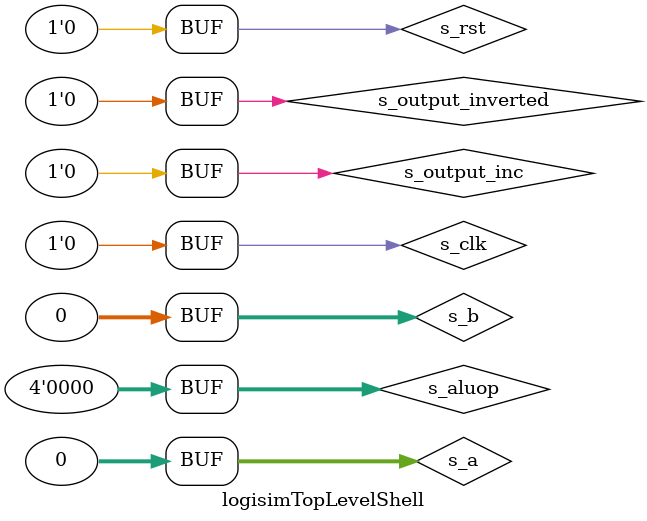
<source format=v>
/******************************************************************************
 ** Logisim-evolution goes FPGA automatic generated Verilog code             **
 ** https://github.com/logisim-evolution/                                    **
 **                                                                          **
 ** Component : logisimTopLevelShell                                         **
 **                                                                          **
 *****************************************************************************/

module logisimTopLevelShell(  );

   /*******************************************************************************
   ** The wires are defined here                                                 **
   *******************************************************************************/
   wire [31:0] s_a;
   wire [3:0]  s_aluop;
   wire [31:0] s_b;
   wire        s_clk;
   wire        s_done;
   wire        s_output_inc;
   wire        s_output_inverted;
   wire [31:0] s_res_high;
   wire [31:0] s_res_low;
   wire        s_rst;

   /*******************************************************************************
   ** The module functionality is described here                                 **
   *******************************************************************************/

   /*******************************************************************************
   ** All signal adaptations are performed here                                  **
   *******************************************************************************/
   assign s_a[0]            = 1'b0;
   assign s_a[10]           = 1'b0;
   assign s_a[11]           = 1'b0;
   assign s_a[12]           = 1'b0;
   assign s_a[13]           = 1'b0;
   assign s_a[14]           = 1'b0;
   assign s_a[15]           = 1'b0;
   assign s_a[16]           = 1'b0;
   assign s_a[17]           = 1'b0;
   assign s_a[18]           = 1'b0;
   assign s_a[19]           = 1'b0;
   assign s_a[1]            = 1'b0;
   assign s_a[20]           = 1'b0;
   assign s_a[21]           = 1'b0;
   assign s_a[22]           = 1'b0;
   assign s_a[23]           = 1'b0;
   assign s_a[24]           = 1'b0;
   assign s_a[25]           = 1'b0;
   assign s_a[26]           = 1'b0;
   assign s_a[27]           = 1'b0;
   assign s_a[28]           = 1'b0;
   assign s_a[29]           = 1'b0;
   assign s_a[2]            = 1'b0;
   assign s_a[30]           = 1'b0;
   assign s_a[31]           = 1'b0;
   assign s_a[3]            = 1'b0;
   assign s_a[4]            = 1'b0;
   assign s_a[5]            = 1'b0;
   assign s_a[6]            = 1'b0;
   assign s_a[7]            = 1'b0;
   assign s_a[8]            = 1'b0;
   assign s_a[9]            = 1'b0;
   assign s_aluop[0]        = 1'b0;
   assign s_aluop[1]        = 1'b0;
   assign s_aluop[2]        = 1'b0;
   assign s_aluop[3]        = 1'b0;
   assign s_b[0]            = 1'b0;
   assign s_b[10]           = 1'b0;
   assign s_b[11]           = 1'b0;
   assign s_b[12]           = 1'b0;
   assign s_b[13]           = 1'b0;
   assign s_b[14]           = 1'b0;
   assign s_b[15]           = 1'b0;
   assign s_b[16]           = 1'b0;
   assign s_b[17]           = 1'b0;
   assign s_b[18]           = 1'b0;
   assign s_b[19]           = 1'b0;
   assign s_b[1]            = 1'b0;
   assign s_b[20]           = 1'b0;
   assign s_b[21]           = 1'b0;
   assign s_b[22]           = 1'b0;
   assign s_b[23]           = 1'b0;
   assign s_b[24]           = 1'b0;
   assign s_b[25]           = 1'b0;
   assign s_b[26]           = 1'b0;
   assign s_b[27]           = 1'b0;
   assign s_b[28]           = 1'b0;
   assign s_b[29]           = 1'b0;
   assign s_b[2]            = 1'b0;
   assign s_b[30]           = 1'b0;
   assign s_b[31]           = 1'b0;
   assign s_b[3]            = 1'b0;
   assign s_b[4]            = 1'b0;
   assign s_b[5]            = 1'b0;
   assign s_b[6]            = 1'b0;
   assign s_b[7]            = 1'b0;
   assign s_b[8]            = 1'b0;
   assign s_b[9]            = 1'b0;
   assign s_clk             = 1'b0;
   assign s_output_inc      = 1'b0;
   assign s_output_inverted = 1'b0;
   assign s_rst             = 1'b0;

   /*******************************************************************************
   ** The toplevel component is connected here                                   **
   *******************************************************************************/
   main   CIRCUIT_0 (.a(s_a),
                     .aluop(s_aluop),
                     .b(s_b),
                     .clk(s_clk),
                     .done(s_done),
                     .output_inc(s_output_inc),
                     .output_inverted(s_output_inverted),
                     .res_high(s_res_high),
                     .res_low(s_res_low),
                     .rst(s_rst));
endmodule

</source>
